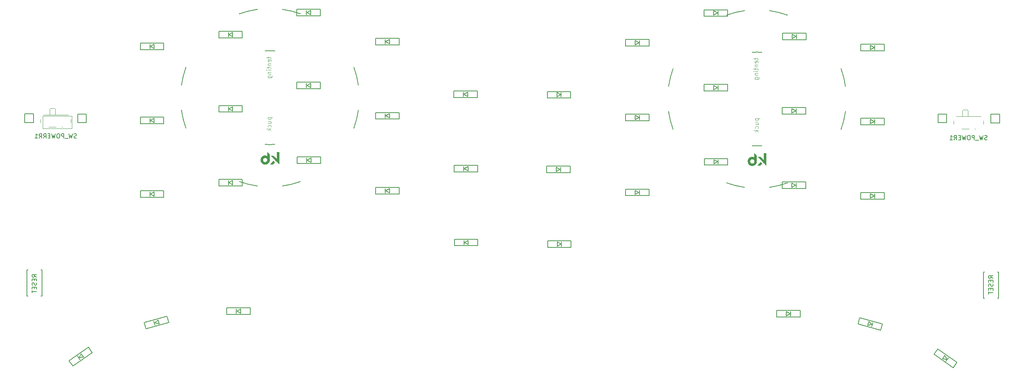
<source format=gbr>
%TF.GenerationSoftware,KiCad,Pcbnew,(6.0.5-0)*%
%TF.CreationDate,2022-06-22T19:02:17-07:00*%
%TF.ProjectId,Swept_3x5,53776570-745f-4337-9835-2e6b69636164,rev?*%
%TF.SameCoordinates,Original*%
%TF.FileFunction,Legend,Bot*%
%TF.FilePolarity,Positive*%
%FSLAX46Y46*%
G04 Gerber Fmt 4.6, Leading zero omitted, Abs format (unit mm)*
G04 Created by KiCad (PCBNEW (6.0.5-0)) date 2022-06-22 19:02:17*
%MOMM*%
%LPD*%
G01*
G04 APERTURE LIST*
%ADD10C,0.120000*%
%ADD11C,0.150000*%
%ADD12C,0.100000*%
%ADD13C,0.200000*%
%ADD14C,0.010000*%
G04 APERTURE END LIST*
D10*
X23182600Y-47055800D02*
X29913600Y-47055800D01*
X29913600Y-47055800D02*
X29913600Y-49976800D01*
X29913600Y-49976800D02*
X23182600Y-49976800D01*
X23182600Y-49976800D02*
X23182600Y-47055800D01*
D11*
%TO.C,RSW1*%
X241430380Y-84415019D02*
X240954190Y-84081685D01*
X241430380Y-83843590D02*
X240430380Y-83843590D01*
X240430380Y-84224542D01*
X240478000Y-84319780D01*
X240525619Y-84367400D01*
X240620857Y-84415019D01*
X240763714Y-84415019D01*
X240858952Y-84367400D01*
X240906571Y-84319780D01*
X240954190Y-84224542D01*
X240954190Y-83843590D01*
X240906571Y-84843590D02*
X240906571Y-85176923D01*
X241430380Y-85319780D02*
X241430380Y-84843590D01*
X240430380Y-84843590D01*
X240430380Y-85319780D01*
X241382761Y-85700733D02*
X241430380Y-85843590D01*
X241430380Y-86081685D01*
X241382761Y-86176923D01*
X241335142Y-86224542D01*
X241239904Y-86272161D01*
X241144666Y-86272161D01*
X241049428Y-86224542D01*
X241001809Y-86176923D01*
X240954190Y-86081685D01*
X240906571Y-85891209D01*
X240858952Y-85795971D01*
X240811333Y-85748352D01*
X240716095Y-85700733D01*
X240620857Y-85700733D01*
X240525619Y-85748352D01*
X240478000Y-85795971D01*
X240430380Y-85891209D01*
X240430380Y-86129304D01*
X240478000Y-86272161D01*
X240906571Y-86700733D02*
X240906571Y-87034066D01*
X241430380Y-87176923D02*
X241430380Y-86700733D01*
X240430380Y-86700733D01*
X240430380Y-87176923D01*
X240430380Y-87462638D02*
X240430380Y-88034066D01*
X241430380Y-87748352D02*
X240430380Y-87748352D01*
D12*
%TO.C,REF\u002A\u002A*%
X186780514Y-33758500D02*
X186780514Y-34139452D01*
X186447180Y-33901357D02*
X187304323Y-33901357D01*
X187399561Y-33948976D01*
X187447180Y-34044214D01*
X187447180Y-34139452D01*
X187399561Y-34853738D02*
X187447180Y-34758500D01*
X187447180Y-34568023D01*
X187399561Y-34472785D01*
X187304323Y-34425166D01*
X186923371Y-34425166D01*
X186828133Y-34472785D01*
X186780514Y-34568023D01*
X186780514Y-34758500D01*
X186828133Y-34853738D01*
X186923371Y-34901357D01*
X187018609Y-34901357D01*
X187113847Y-34425166D01*
X186780514Y-35329928D02*
X187447180Y-35329928D01*
X186875752Y-35329928D02*
X186828133Y-35377547D01*
X186780514Y-35472785D01*
X186780514Y-35615642D01*
X186828133Y-35710880D01*
X186923371Y-35758500D01*
X187447180Y-35758500D01*
X186780514Y-36091833D02*
X186780514Y-36472785D01*
X186447180Y-36234690D02*
X187304323Y-36234690D01*
X187399561Y-36282309D01*
X187447180Y-36377547D01*
X187447180Y-36472785D01*
X187447180Y-36806119D02*
X186780514Y-36806119D01*
X186447180Y-36806119D02*
X186494800Y-36758500D01*
X186542419Y-36806119D01*
X186494800Y-36853738D01*
X186447180Y-36806119D01*
X186542419Y-36806119D01*
X186780514Y-37282309D02*
X187447180Y-37282309D01*
X186875752Y-37282309D02*
X186828133Y-37329928D01*
X186780514Y-37425166D01*
X186780514Y-37568023D01*
X186828133Y-37663261D01*
X186923371Y-37710880D01*
X187447180Y-37710880D01*
X186780514Y-38615642D02*
X187590038Y-38615642D01*
X187685276Y-38568023D01*
X187732895Y-38520404D01*
X187780514Y-38425166D01*
X187780514Y-38282309D01*
X187732895Y-38187071D01*
X187399561Y-38615642D02*
X187447180Y-38520404D01*
X187447180Y-38329928D01*
X187399561Y-38234690D01*
X187351942Y-38187071D01*
X187256704Y-38139452D01*
X186970990Y-38139452D01*
X186875752Y-38187071D01*
X186828133Y-38234690D01*
X186780514Y-38329928D01*
X186780514Y-38520404D01*
X186828133Y-38615642D01*
X186844014Y-47712500D02*
X187844014Y-47712500D01*
X186891633Y-47712500D02*
X186844014Y-47807738D01*
X186844014Y-47998214D01*
X186891633Y-48093452D01*
X186939252Y-48141071D01*
X187034490Y-48188690D01*
X187320204Y-48188690D01*
X187415442Y-48141071D01*
X187463061Y-48093452D01*
X187510680Y-47998214D01*
X187510680Y-47807738D01*
X187463061Y-47712500D01*
X186844014Y-49045833D02*
X187510680Y-49045833D01*
X186844014Y-48617261D02*
X187367823Y-48617261D01*
X187463061Y-48664880D01*
X187510680Y-48760119D01*
X187510680Y-48902976D01*
X187463061Y-48998214D01*
X187415442Y-49045833D01*
X187463061Y-49950595D02*
X187510680Y-49855357D01*
X187510680Y-49664880D01*
X187463061Y-49569642D01*
X187415442Y-49522023D01*
X187320204Y-49474404D01*
X187034490Y-49474404D01*
X186939252Y-49522023D01*
X186891633Y-49569642D01*
X186844014Y-49664880D01*
X186844014Y-49855357D01*
X186891633Y-49950595D01*
X187510680Y-50379166D02*
X186510680Y-50379166D01*
X187129728Y-50474404D02*
X187510680Y-50760119D01*
X186844014Y-50760119D02*
X187224966Y-50379166D01*
X74952614Y-47410900D02*
X75952614Y-47410900D01*
X75000233Y-47410900D02*
X74952614Y-47506138D01*
X74952614Y-47696614D01*
X75000233Y-47791852D01*
X75047852Y-47839471D01*
X75143090Y-47887090D01*
X75428804Y-47887090D01*
X75524042Y-47839471D01*
X75571661Y-47791852D01*
X75619280Y-47696614D01*
X75619280Y-47506138D01*
X75571661Y-47410900D01*
X74952614Y-48744233D02*
X75619280Y-48744233D01*
X74952614Y-48315661D02*
X75476423Y-48315661D01*
X75571661Y-48363280D01*
X75619280Y-48458519D01*
X75619280Y-48601376D01*
X75571661Y-48696614D01*
X75524042Y-48744233D01*
X75571661Y-49648995D02*
X75619280Y-49553757D01*
X75619280Y-49363280D01*
X75571661Y-49268042D01*
X75524042Y-49220423D01*
X75428804Y-49172804D01*
X75143090Y-49172804D01*
X75047852Y-49220423D01*
X75000233Y-49268042D01*
X74952614Y-49363280D01*
X74952614Y-49553757D01*
X75000233Y-49648995D01*
X75619280Y-50077566D02*
X74619280Y-50077566D01*
X75238328Y-50172804D02*
X75619280Y-50458519D01*
X74952614Y-50458519D02*
X75333566Y-50077566D01*
X74889114Y-33456900D02*
X74889114Y-33837852D01*
X74555780Y-33599757D02*
X75412923Y-33599757D01*
X75508161Y-33647376D01*
X75555780Y-33742614D01*
X75555780Y-33837852D01*
X75508161Y-34552138D02*
X75555780Y-34456900D01*
X75555780Y-34266423D01*
X75508161Y-34171185D01*
X75412923Y-34123566D01*
X75031971Y-34123566D01*
X74936733Y-34171185D01*
X74889114Y-34266423D01*
X74889114Y-34456900D01*
X74936733Y-34552138D01*
X75031971Y-34599757D01*
X75127209Y-34599757D01*
X75222447Y-34123566D01*
X74889114Y-35028328D02*
X75555780Y-35028328D01*
X74984352Y-35028328D02*
X74936733Y-35075947D01*
X74889114Y-35171185D01*
X74889114Y-35314042D01*
X74936733Y-35409280D01*
X75031971Y-35456900D01*
X75555780Y-35456900D01*
X74889114Y-35790233D02*
X74889114Y-36171185D01*
X74555780Y-35933090D02*
X75412923Y-35933090D01*
X75508161Y-35980709D01*
X75555780Y-36075947D01*
X75555780Y-36171185D01*
X75555780Y-36504519D02*
X74889114Y-36504519D01*
X74555780Y-36504519D02*
X74603400Y-36456900D01*
X74651019Y-36504519D01*
X74603400Y-36552138D01*
X74555780Y-36504519D01*
X74651019Y-36504519D01*
X74889114Y-36980709D02*
X75555780Y-36980709D01*
X74984352Y-36980709D02*
X74936733Y-37028328D01*
X74889114Y-37123566D01*
X74889114Y-37266423D01*
X74936733Y-37361661D01*
X75031971Y-37409280D01*
X75555780Y-37409280D01*
X74889114Y-38314042D02*
X75698638Y-38314042D01*
X75793876Y-38266423D01*
X75841495Y-38218804D01*
X75889114Y-38123566D01*
X75889114Y-37980709D01*
X75841495Y-37885471D01*
X75508161Y-38314042D02*
X75555780Y-38218804D01*
X75555780Y-38028328D01*
X75508161Y-37933090D01*
X75460542Y-37885471D01*
X75365304Y-37837852D01*
X75079590Y-37837852D01*
X74984352Y-37885471D01*
X74936733Y-37933090D01*
X74889114Y-38028328D01*
X74889114Y-38218804D01*
X74936733Y-38314042D01*
D11*
%TO.C,RSW2*%
X21737580Y-84145619D02*
X21261390Y-83812285D01*
X21737580Y-83574190D02*
X20737580Y-83574190D01*
X20737580Y-83955142D01*
X20785200Y-84050380D01*
X20832819Y-84098000D01*
X20928057Y-84145619D01*
X21070914Y-84145619D01*
X21166152Y-84098000D01*
X21213771Y-84050380D01*
X21261390Y-83955142D01*
X21261390Y-83574190D01*
X21213771Y-84574190D02*
X21213771Y-84907523D01*
X21737580Y-85050380D02*
X21737580Y-84574190D01*
X20737580Y-84574190D01*
X20737580Y-85050380D01*
X21689961Y-85431333D02*
X21737580Y-85574190D01*
X21737580Y-85812285D01*
X21689961Y-85907523D01*
X21642342Y-85955142D01*
X21547104Y-86002761D01*
X21451866Y-86002761D01*
X21356628Y-85955142D01*
X21309009Y-85907523D01*
X21261390Y-85812285D01*
X21213771Y-85621809D01*
X21166152Y-85526571D01*
X21118533Y-85478952D01*
X21023295Y-85431333D01*
X20928057Y-85431333D01*
X20832819Y-85478952D01*
X20785200Y-85526571D01*
X20737580Y-85621809D01*
X20737580Y-85859904D01*
X20785200Y-86002761D01*
X21213771Y-86431333D02*
X21213771Y-86764666D01*
X21737580Y-86907523D02*
X21737580Y-86431333D01*
X20737580Y-86431333D01*
X20737580Y-86907523D01*
X20737580Y-87193238D02*
X20737580Y-87764666D01*
X21737580Y-87478952D02*
X20737580Y-87478952D01*
%TO.C,+*%
%TO.C,-*%
%TO.C,+*%
%TO.C,-*%
%TO.C,SW_POWER1*%
X240083704Y-52507561D02*
X239940847Y-52555180D01*
X239702752Y-52555180D01*
X239607514Y-52507561D01*
X239559895Y-52459942D01*
X239512276Y-52364704D01*
X239512276Y-52269466D01*
X239559895Y-52174228D01*
X239607514Y-52126609D01*
X239702752Y-52078990D01*
X239893228Y-52031371D01*
X239988466Y-51983752D01*
X240036085Y-51936133D01*
X240083704Y-51840895D01*
X240083704Y-51745657D01*
X240036085Y-51650419D01*
X239988466Y-51602800D01*
X239893228Y-51555180D01*
X239655133Y-51555180D01*
X239512276Y-51602800D01*
X239178942Y-51555180D02*
X238940847Y-52555180D01*
X238750371Y-51840895D01*
X238559895Y-52555180D01*
X238321800Y-51555180D01*
X238178942Y-52650419D02*
X237417038Y-52650419D01*
X237178942Y-52555180D02*
X237178942Y-51555180D01*
X236797990Y-51555180D01*
X236702752Y-51602800D01*
X236655133Y-51650419D01*
X236607514Y-51745657D01*
X236607514Y-51888514D01*
X236655133Y-51983752D01*
X236702752Y-52031371D01*
X236797990Y-52078990D01*
X237178942Y-52078990D01*
X235988466Y-51555180D02*
X235797990Y-51555180D01*
X235702752Y-51602800D01*
X235607514Y-51698038D01*
X235559895Y-51888514D01*
X235559895Y-52221847D01*
X235607514Y-52412323D01*
X235702752Y-52507561D01*
X235797990Y-52555180D01*
X235988466Y-52555180D01*
X236083704Y-52507561D01*
X236178942Y-52412323D01*
X236226561Y-52221847D01*
X236226561Y-51888514D01*
X236178942Y-51698038D01*
X236083704Y-51602800D01*
X235988466Y-51555180D01*
X235226561Y-51555180D02*
X234988466Y-52555180D01*
X234797990Y-51840895D01*
X234607514Y-52555180D01*
X234369419Y-51555180D01*
X233988466Y-52031371D02*
X233655133Y-52031371D01*
X233512276Y-52555180D02*
X233988466Y-52555180D01*
X233988466Y-51555180D01*
X233512276Y-51555180D01*
X232512276Y-52555180D02*
X232845609Y-52078990D01*
X233083704Y-52555180D02*
X233083704Y-51555180D01*
X232702752Y-51555180D01*
X232607514Y-51602800D01*
X232559895Y-51650419D01*
X232512276Y-51745657D01*
X232512276Y-51888514D01*
X232559895Y-51983752D01*
X232607514Y-52031371D01*
X232702752Y-52078990D01*
X233083704Y-52078990D01*
X231559895Y-52555180D02*
X232131323Y-52555180D01*
X231845609Y-52555180D02*
X231845609Y-51555180D01*
X231940847Y-51698038D01*
X232036085Y-51793276D01*
X232131323Y-51840895D01*
%TO.C,SW_POWERR1*%
X30923904Y-52136561D02*
X30781047Y-52184180D01*
X30542952Y-52184180D01*
X30447714Y-52136561D01*
X30400095Y-52088942D01*
X30352476Y-51993704D01*
X30352476Y-51898466D01*
X30400095Y-51803228D01*
X30447714Y-51755609D01*
X30542952Y-51707990D01*
X30733428Y-51660371D01*
X30828666Y-51612752D01*
X30876285Y-51565133D01*
X30923904Y-51469895D01*
X30923904Y-51374657D01*
X30876285Y-51279419D01*
X30828666Y-51231800D01*
X30733428Y-51184180D01*
X30495333Y-51184180D01*
X30352476Y-51231800D01*
X30019142Y-51184180D02*
X29781047Y-52184180D01*
X29590571Y-51469895D01*
X29400095Y-52184180D01*
X29162000Y-51184180D01*
X29019142Y-52279419D02*
X28257238Y-52279419D01*
X28019142Y-52184180D02*
X28019142Y-51184180D01*
X27638190Y-51184180D01*
X27542952Y-51231800D01*
X27495333Y-51279419D01*
X27447714Y-51374657D01*
X27447714Y-51517514D01*
X27495333Y-51612752D01*
X27542952Y-51660371D01*
X27638190Y-51707990D01*
X28019142Y-51707990D01*
X26828666Y-51184180D02*
X26638190Y-51184180D01*
X26542952Y-51231800D01*
X26447714Y-51327038D01*
X26400095Y-51517514D01*
X26400095Y-51850847D01*
X26447714Y-52041323D01*
X26542952Y-52136561D01*
X26638190Y-52184180D01*
X26828666Y-52184180D01*
X26923904Y-52136561D01*
X27019142Y-52041323D01*
X27066761Y-51850847D01*
X27066761Y-51517514D01*
X27019142Y-51327038D01*
X26923904Y-51231800D01*
X26828666Y-51184180D01*
X26066761Y-51184180D02*
X25828666Y-52184180D01*
X25638190Y-51469895D01*
X25447714Y-52184180D01*
X25209619Y-51184180D01*
X24828666Y-51660371D02*
X24495333Y-51660371D01*
X24352476Y-52184180D02*
X24828666Y-52184180D01*
X24828666Y-51184180D01*
X24352476Y-51184180D01*
X23352476Y-52184180D02*
X23685809Y-51707990D01*
X23923904Y-52184180D02*
X23923904Y-51184180D01*
X23542952Y-51184180D01*
X23447714Y-51231800D01*
X23400095Y-51279419D01*
X23352476Y-51374657D01*
X23352476Y-51517514D01*
X23400095Y-51612752D01*
X23447714Y-51660371D01*
X23542952Y-51707990D01*
X23923904Y-51707990D01*
X22352476Y-52184180D02*
X22685809Y-51707990D01*
X22923904Y-52184180D02*
X22923904Y-51184180D01*
X22542952Y-51184180D01*
X22447714Y-51231800D01*
X22400095Y-51279419D01*
X22352476Y-51374657D01*
X22352476Y-51517514D01*
X22400095Y-51612752D01*
X22447714Y-51660371D01*
X22542952Y-51707990D01*
X22923904Y-51707990D01*
X21400095Y-52184180D02*
X21971523Y-52184180D01*
X21685809Y-52184180D02*
X21685809Y-51184180D01*
X21781047Y-51327038D01*
X21876285Y-51422276D01*
X21971523Y-51469895D01*
%TO.C,RSW1*%
X239478000Y-88994400D02*
X239228000Y-88994400D01*
X242728000Y-82994400D02*
X242728000Y-88994400D01*
X242728000Y-88994400D02*
X242478000Y-88994400D01*
X242478000Y-82994400D02*
X242728000Y-82994400D01*
X239228000Y-82994400D02*
X239478000Y-82994400D01*
X239228000Y-88994400D02*
X239228000Y-82994400D01*
D13*
%TO.C,REF\u002A\u002A*%
X190106300Y-63500000D02*
G75*
G03*
X194256845Y-62466135I-2857506J20320019D01*
G01*
X187248800Y-32385000D02*
G75*
G03*
X186120415Y-32444136I-6J-10794921D01*
G01*
X166928799Y-46037500D02*
G75*
G03*
X167962665Y-50188046I20320001J2857500D01*
G01*
X188377185Y-32444137D02*
G75*
G03*
X187248800Y-32385000I-1128385J-10735763D01*
G01*
X184391300Y-22859999D02*
G75*
G03*
X180240754Y-23893865I2857500J-20320001D01*
G01*
X187248800Y-53975001D02*
G75*
G03*
X188377185Y-53915864I0J10794901D01*
G01*
X206534934Y-50188048D02*
G75*
G03*
X207568800Y-46037500I-19286134J7008048D01*
G01*
X186120415Y-53915864D02*
G75*
G03*
X187248800Y-53975000I1128379J10735785D01*
G01*
X167962665Y-36171956D02*
G75*
G03*
X166928800Y-40322500I19286255J-7008074D01*
G01*
X180240755Y-62466135D02*
G75*
G03*
X184391300Y-63500000I7008045J19286135D01*
G01*
X207568800Y-40322500D02*
G75*
G03*
X206534934Y-36171952I-20320000J-2857500D01*
G01*
X194256849Y-23893867D02*
G75*
G03*
X190106300Y-22860000I-7008049J-19286133D01*
G01*
G36*
X187126517Y-57610364D02*
G01*
X187123904Y-57638759D01*
X187115035Y-57685209D01*
X187077482Y-57812369D01*
X187022316Y-57938232D01*
X186952624Y-58056414D01*
X186871493Y-58160534D01*
X186863099Y-58169700D01*
X186754787Y-58270026D01*
X186632367Y-58354023D01*
X186499194Y-58420002D01*
X186358626Y-58466277D01*
X186214018Y-58491158D01*
X186113772Y-58495641D01*
X185965351Y-58484242D01*
X185821932Y-58451989D01*
X185685696Y-58399966D01*
X185558821Y-58329252D01*
X185443488Y-58240930D01*
X185341875Y-58136081D01*
X185256163Y-58015788D01*
X185198908Y-57908869D01*
X185145763Y-57769633D01*
X185114407Y-57625069D01*
X185107903Y-57528705D01*
X185603142Y-57528705D01*
X185603424Y-57533995D01*
X185607742Y-57589298D01*
X185615099Y-57631590D01*
X185627744Y-57670198D01*
X185647925Y-57714444D01*
X185669413Y-57752771D01*
X185710898Y-57811565D01*
X185758955Y-57867021D01*
X185808278Y-57913215D01*
X185853564Y-57944219D01*
X185869731Y-57951995D01*
X185910636Y-57969355D01*
X185953633Y-57985441D01*
X186026460Y-58004729D01*
X186130161Y-58013250D01*
X186231702Y-58000456D01*
X186328488Y-57967324D01*
X186417920Y-57914831D01*
X186497401Y-57843954D01*
X186564335Y-57755671D01*
X186592989Y-57701526D01*
X186623421Y-57607507D01*
X186633993Y-57509958D01*
X186625687Y-57412010D01*
X186599485Y-57316797D01*
X186556372Y-57227450D01*
X186497329Y-57147104D01*
X186423339Y-57078890D01*
X186335387Y-57025941D01*
X186321384Y-57019655D01*
X186223038Y-56989030D01*
X186121686Y-56978848D01*
X186020782Y-56988168D01*
X185923783Y-57016046D01*
X185834147Y-57061542D01*
X185755330Y-57123712D01*
X185690788Y-57201616D01*
X185673018Y-57230145D01*
X185629366Y-57323568D01*
X185606510Y-57421460D01*
X185603142Y-57528705D01*
X185107903Y-57528705D01*
X185104116Y-57472591D01*
X185107677Y-57382921D01*
X185130358Y-57232642D01*
X185173110Y-57090673D01*
X185234920Y-56958688D01*
X185314778Y-56838363D01*
X185411672Y-56731374D01*
X185524592Y-56639394D01*
X185652525Y-56564101D01*
X185722376Y-56531462D01*
X185797514Y-56502245D01*
X185869166Y-56482753D01*
X185945649Y-56470816D01*
X186035284Y-56464264D01*
X186053096Y-56463596D01*
X186192297Y-56470034D01*
X186322680Y-56497710D01*
X186444896Y-56546814D01*
X186559593Y-56617536D01*
X186583727Y-56634738D01*
X186608573Y-56651081D01*
X186621004Y-56657395D01*
X186621912Y-56653365D01*
X186623361Y-56629558D01*
X186624688Y-56586435D01*
X186625857Y-56526360D01*
X186626833Y-56451698D01*
X186627583Y-56364812D01*
X186628072Y-56268067D01*
X186628264Y-56163827D01*
X186628412Y-55670259D01*
X187136116Y-56180285D01*
X187136029Y-56871999D01*
X187136026Y-56883735D01*
X187135765Y-57034209D01*
X187135101Y-57171481D01*
X187134057Y-57294137D01*
X187132654Y-57400766D01*
X187130915Y-57489955D01*
X187130331Y-57509958D01*
X187128862Y-57560292D01*
X187126517Y-57610364D01*
G37*
D14*
X187126517Y-57610364D02*
X187123904Y-57638759D01*
X187115035Y-57685209D01*
X187077482Y-57812369D01*
X187022316Y-57938232D01*
X186952624Y-58056414D01*
X186871493Y-58160534D01*
X186863099Y-58169700D01*
X186754787Y-58270026D01*
X186632367Y-58354023D01*
X186499194Y-58420002D01*
X186358626Y-58466277D01*
X186214018Y-58491158D01*
X186113772Y-58495641D01*
X185965351Y-58484242D01*
X185821932Y-58451989D01*
X185685696Y-58399966D01*
X185558821Y-58329252D01*
X185443488Y-58240930D01*
X185341875Y-58136081D01*
X185256163Y-58015788D01*
X185198908Y-57908869D01*
X185145763Y-57769633D01*
X185114407Y-57625069D01*
X185107903Y-57528705D01*
X185603142Y-57528705D01*
X185603424Y-57533995D01*
X185607742Y-57589298D01*
X185615099Y-57631590D01*
X185627744Y-57670198D01*
X185647925Y-57714444D01*
X185669413Y-57752771D01*
X185710898Y-57811565D01*
X185758955Y-57867021D01*
X185808278Y-57913215D01*
X185853564Y-57944219D01*
X185869731Y-57951995D01*
X185910636Y-57969355D01*
X185953633Y-57985441D01*
X186026460Y-58004729D01*
X186130161Y-58013250D01*
X186231702Y-58000456D01*
X186328488Y-57967324D01*
X186417920Y-57914831D01*
X186497401Y-57843954D01*
X186564335Y-57755671D01*
X186592989Y-57701526D01*
X186623421Y-57607507D01*
X186633993Y-57509958D01*
X186625687Y-57412010D01*
X186599485Y-57316797D01*
X186556372Y-57227450D01*
X186497329Y-57147104D01*
X186423339Y-57078890D01*
X186335387Y-57025941D01*
X186321384Y-57019655D01*
X186223038Y-56989030D01*
X186121686Y-56978848D01*
X186020782Y-56988168D01*
X185923783Y-57016046D01*
X185834147Y-57061542D01*
X185755330Y-57123712D01*
X185690788Y-57201616D01*
X185673018Y-57230145D01*
X185629366Y-57323568D01*
X185606510Y-57421460D01*
X185603142Y-57528705D01*
X185107903Y-57528705D01*
X185104116Y-57472591D01*
X185107677Y-57382921D01*
X185130358Y-57232642D01*
X185173110Y-57090673D01*
X185234920Y-56958688D01*
X185314778Y-56838363D01*
X185411672Y-56731374D01*
X185524592Y-56639394D01*
X185652525Y-56564101D01*
X185722376Y-56531462D01*
X185797514Y-56502245D01*
X185869166Y-56482753D01*
X185945649Y-56470816D01*
X186035284Y-56464264D01*
X186053096Y-56463596D01*
X186192297Y-56470034D01*
X186322680Y-56497710D01*
X186444896Y-56546814D01*
X186559593Y-56617536D01*
X186583727Y-56634738D01*
X186608573Y-56651081D01*
X186621004Y-56657395D01*
X186621912Y-56653365D01*
X186623361Y-56629558D01*
X186624688Y-56586435D01*
X186625857Y-56526360D01*
X186626833Y-56451698D01*
X186627583Y-56364812D01*
X186628072Y-56268067D01*
X186628264Y-56163827D01*
X186628412Y-55670259D01*
X187136116Y-56180285D01*
X187136029Y-56871999D01*
X187136026Y-56883735D01*
X187135765Y-57034209D01*
X187135101Y-57171481D01*
X187134057Y-57294137D01*
X187132654Y-57400766D01*
X187130915Y-57489955D01*
X187130331Y-57509958D01*
X187128862Y-57560292D01*
X187126517Y-57610364D01*
G36*
X189329752Y-58406356D02*
G01*
X189238908Y-58314080D01*
X189225127Y-58300084D01*
X189193266Y-58267731D01*
X189147319Y-58221077D01*
X189088503Y-58161359D01*
X189018036Y-58089814D01*
X188937137Y-58007677D01*
X188847022Y-57916184D01*
X188748910Y-57816573D01*
X188644018Y-57710080D01*
X188533564Y-57597940D01*
X188418765Y-57481391D01*
X188300840Y-57361668D01*
X187453616Y-56501531D01*
X187741984Y-56498438D01*
X188030352Y-56495344D01*
X188833298Y-57298044D01*
X188833298Y-55664486D01*
X189329752Y-55664486D01*
X189329752Y-58406356D01*
G37*
X189329752Y-58406356D02*
X189238908Y-58314080D01*
X189225127Y-58300084D01*
X189193266Y-58267731D01*
X189147319Y-58221077D01*
X189088503Y-58161359D01*
X189018036Y-58089814D01*
X188937137Y-58007677D01*
X188847022Y-57916184D01*
X188748910Y-57816573D01*
X188644018Y-57710080D01*
X188533564Y-57597940D01*
X188418765Y-57481391D01*
X188300840Y-57361668D01*
X187453616Y-56501531D01*
X187741984Y-56498438D01*
X188030352Y-56495344D01*
X188833298Y-57298044D01*
X188833298Y-55664486D01*
X189329752Y-55664486D01*
X189329752Y-58406356D01*
G36*
X188035984Y-57696669D02*
G01*
X188048213Y-57706717D01*
X188073695Y-57730337D01*
X188109842Y-57765050D01*
X188154066Y-57808375D01*
X188203779Y-57857830D01*
X188364814Y-58019174D01*
X188330932Y-58056989D01*
X188327755Y-58060481D01*
X188305887Y-58083690D01*
X188271541Y-58119436D01*
X188227725Y-58164616D01*
X188177442Y-58216129D01*
X188123700Y-58270872D01*
X187950350Y-58446941D01*
X187330336Y-58446941D01*
X187358637Y-58413306D01*
X187360930Y-58410615D01*
X187381598Y-58387386D01*
X187414356Y-58351546D01*
X187457216Y-58305201D01*
X187508188Y-58250458D01*
X187565284Y-58189423D01*
X187626514Y-58124204D01*
X187689889Y-58056906D01*
X187753422Y-57989636D01*
X187815121Y-57924501D01*
X187873000Y-57863607D01*
X187925067Y-57809061D01*
X187969336Y-57762969D01*
X188003815Y-57727438D01*
X188026518Y-57704575D01*
X188035453Y-57696486D01*
X188035984Y-57696669D01*
G37*
X188035984Y-57696669D02*
X188048213Y-57706717D01*
X188073695Y-57730337D01*
X188109842Y-57765050D01*
X188154066Y-57808375D01*
X188203779Y-57857830D01*
X188364814Y-58019174D01*
X188330932Y-58056989D01*
X188327755Y-58060481D01*
X188305887Y-58083690D01*
X188271541Y-58119436D01*
X188227725Y-58164616D01*
X188177442Y-58216129D01*
X188123700Y-58270872D01*
X187950350Y-58446941D01*
X187330336Y-58446941D01*
X187358637Y-58413306D01*
X187360930Y-58410615D01*
X187381598Y-58387386D01*
X187414356Y-58351546D01*
X187457216Y-58305201D01*
X187508188Y-58250458D01*
X187565284Y-58189423D01*
X187626514Y-58124204D01*
X187689889Y-58056906D01*
X187753422Y-57989636D01*
X187815121Y-57924501D01*
X187873000Y-57863607D01*
X187925067Y-57809061D01*
X187969336Y-57762969D01*
X188003815Y-57727438D01*
X188026518Y-57704575D01*
X188035453Y-57696486D01*
X188035984Y-57696669D01*
D13*
X76485785Y-32142537D02*
G75*
G03*
X75357400Y-32083400I-1128385J-10735763D01*
G01*
X55037399Y-45735900D02*
G75*
G03*
X56071265Y-49886446I20320001J2857500D01*
G01*
X75357400Y-32083400D02*
G75*
G03*
X74229015Y-32142536I-6J-10794921D01*
G01*
X82365449Y-23592267D02*
G75*
G03*
X78214900Y-22558400I-7008049J-19286133D01*
G01*
X72499900Y-22558399D02*
G75*
G03*
X68349354Y-23592265I2857500J-20320001D01*
G01*
X95677400Y-40020900D02*
G75*
G03*
X94643534Y-35870352I-20320000J-2857500D01*
G01*
X78214900Y-63198400D02*
G75*
G03*
X82365445Y-62164535I-2857506J20320019D01*
G01*
X56071265Y-35870356D02*
G75*
G03*
X55037400Y-40020900I19286255J-7008074D01*
G01*
X74229015Y-53614264D02*
G75*
G03*
X75357400Y-53673400I1128379J10735785D01*
G01*
X68349355Y-62164535D02*
G75*
G03*
X72499900Y-63198400I7008045J19286135D01*
G01*
X75357400Y-53673401D02*
G75*
G03*
X76485785Y-53614264I0J10794901D01*
G01*
X94643534Y-49886448D02*
G75*
G03*
X95677400Y-45735900I-19286134J7008048D01*
G01*
G36*
X77438352Y-58104756D02*
G01*
X77347508Y-58012480D01*
X77333727Y-57998484D01*
X77301866Y-57966131D01*
X77255919Y-57919477D01*
X77197103Y-57859759D01*
X77126636Y-57788214D01*
X77045737Y-57706077D01*
X76955622Y-57614584D01*
X76857510Y-57514973D01*
X76752618Y-57408480D01*
X76642164Y-57296340D01*
X76527365Y-57179791D01*
X76409440Y-57060068D01*
X75562216Y-56199931D01*
X75850584Y-56196838D01*
X76138952Y-56193744D01*
X76941898Y-56996444D01*
X76941898Y-55362886D01*
X77438352Y-55362886D01*
X77438352Y-58104756D01*
G37*
D14*
X77438352Y-58104756D02*
X77347508Y-58012480D01*
X77333727Y-57998484D01*
X77301866Y-57966131D01*
X77255919Y-57919477D01*
X77197103Y-57859759D01*
X77126636Y-57788214D01*
X77045737Y-57706077D01*
X76955622Y-57614584D01*
X76857510Y-57514973D01*
X76752618Y-57408480D01*
X76642164Y-57296340D01*
X76527365Y-57179791D01*
X76409440Y-57060068D01*
X75562216Y-56199931D01*
X75850584Y-56196838D01*
X76138952Y-56193744D01*
X76941898Y-56996444D01*
X76941898Y-55362886D01*
X77438352Y-55362886D01*
X77438352Y-58104756D01*
G36*
X76144584Y-57395069D02*
G01*
X76156813Y-57405117D01*
X76182295Y-57428737D01*
X76218442Y-57463450D01*
X76262666Y-57506775D01*
X76312379Y-57556230D01*
X76473414Y-57717574D01*
X76439532Y-57755389D01*
X76436355Y-57758881D01*
X76414487Y-57782090D01*
X76380141Y-57817836D01*
X76336325Y-57863016D01*
X76286042Y-57914529D01*
X76232300Y-57969272D01*
X76058950Y-58145341D01*
X75438936Y-58145341D01*
X75467237Y-58111706D01*
X75469530Y-58109015D01*
X75490198Y-58085786D01*
X75522956Y-58049946D01*
X75565816Y-58003601D01*
X75616788Y-57948858D01*
X75673884Y-57887823D01*
X75735114Y-57822604D01*
X75798489Y-57755306D01*
X75862022Y-57688036D01*
X75923721Y-57622901D01*
X75981600Y-57562007D01*
X76033667Y-57507461D01*
X76077936Y-57461369D01*
X76112415Y-57425838D01*
X76135118Y-57402975D01*
X76144053Y-57394886D01*
X76144584Y-57395069D01*
G37*
X76144584Y-57395069D02*
X76156813Y-57405117D01*
X76182295Y-57428737D01*
X76218442Y-57463450D01*
X76262666Y-57506775D01*
X76312379Y-57556230D01*
X76473414Y-57717574D01*
X76439532Y-57755389D01*
X76436355Y-57758881D01*
X76414487Y-57782090D01*
X76380141Y-57817836D01*
X76336325Y-57863016D01*
X76286042Y-57914529D01*
X76232300Y-57969272D01*
X76058950Y-58145341D01*
X75438936Y-58145341D01*
X75467237Y-58111706D01*
X75469530Y-58109015D01*
X75490198Y-58085786D01*
X75522956Y-58049946D01*
X75565816Y-58003601D01*
X75616788Y-57948858D01*
X75673884Y-57887823D01*
X75735114Y-57822604D01*
X75798489Y-57755306D01*
X75862022Y-57688036D01*
X75923721Y-57622901D01*
X75981600Y-57562007D01*
X76033667Y-57507461D01*
X76077936Y-57461369D01*
X76112415Y-57425838D01*
X76135118Y-57402975D01*
X76144053Y-57394886D01*
X76144584Y-57395069D01*
G36*
X75235117Y-57308764D02*
G01*
X75232504Y-57337159D01*
X75223635Y-57383609D01*
X75186082Y-57510769D01*
X75130916Y-57636632D01*
X75061224Y-57754814D01*
X74980093Y-57858934D01*
X74971699Y-57868100D01*
X74863387Y-57968426D01*
X74740967Y-58052423D01*
X74607794Y-58118402D01*
X74467226Y-58164677D01*
X74322618Y-58189558D01*
X74222372Y-58194041D01*
X74073951Y-58182642D01*
X73930532Y-58150389D01*
X73794296Y-58098366D01*
X73667421Y-58027652D01*
X73552088Y-57939330D01*
X73450475Y-57834481D01*
X73364763Y-57714188D01*
X73307508Y-57607269D01*
X73254363Y-57468033D01*
X73223007Y-57323469D01*
X73216503Y-57227105D01*
X73711742Y-57227105D01*
X73712024Y-57232395D01*
X73716342Y-57287698D01*
X73723699Y-57329990D01*
X73736344Y-57368598D01*
X73756525Y-57412844D01*
X73778013Y-57451171D01*
X73819498Y-57509965D01*
X73867555Y-57565421D01*
X73916878Y-57611615D01*
X73962164Y-57642619D01*
X73978331Y-57650395D01*
X74019236Y-57667755D01*
X74062233Y-57683841D01*
X74135060Y-57703129D01*
X74238761Y-57711650D01*
X74340302Y-57698856D01*
X74437088Y-57665724D01*
X74526520Y-57613231D01*
X74606001Y-57542354D01*
X74672935Y-57454071D01*
X74701589Y-57399926D01*
X74732021Y-57305907D01*
X74742593Y-57208358D01*
X74734287Y-57110410D01*
X74708085Y-57015197D01*
X74664972Y-56925850D01*
X74605929Y-56845504D01*
X74531939Y-56777290D01*
X74443987Y-56724341D01*
X74429984Y-56718055D01*
X74331638Y-56687430D01*
X74230286Y-56677248D01*
X74129382Y-56686568D01*
X74032383Y-56714446D01*
X73942747Y-56759942D01*
X73863930Y-56822112D01*
X73799388Y-56900016D01*
X73781618Y-56928545D01*
X73737966Y-57021968D01*
X73715110Y-57119860D01*
X73711742Y-57227105D01*
X73216503Y-57227105D01*
X73212716Y-57170991D01*
X73216277Y-57081321D01*
X73238958Y-56931042D01*
X73281710Y-56789073D01*
X73343520Y-56657088D01*
X73423378Y-56536763D01*
X73520272Y-56429774D01*
X73633192Y-56337794D01*
X73761125Y-56262501D01*
X73830976Y-56229862D01*
X73906114Y-56200645D01*
X73977766Y-56181153D01*
X74054249Y-56169216D01*
X74143884Y-56162664D01*
X74161696Y-56161996D01*
X74300897Y-56168434D01*
X74431280Y-56196110D01*
X74553496Y-56245214D01*
X74668193Y-56315936D01*
X74692327Y-56333138D01*
X74717173Y-56349481D01*
X74729604Y-56355795D01*
X74730512Y-56351765D01*
X74731961Y-56327958D01*
X74733288Y-56284835D01*
X74734457Y-56224760D01*
X74735433Y-56150098D01*
X74736183Y-56063212D01*
X74736672Y-55966467D01*
X74736864Y-55862227D01*
X74737012Y-55368659D01*
X75244716Y-55878685D01*
X75244629Y-56570399D01*
X75244626Y-56582135D01*
X75244365Y-56732609D01*
X75243701Y-56869881D01*
X75242657Y-56992537D01*
X75241254Y-57099166D01*
X75239515Y-57188355D01*
X75238931Y-57208358D01*
X75237462Y-57258692D01*
X75235117Y-57308764D01*
G37*
X75235117Y-57308764D02*
X75232504Y-57337159D01*
X75223635Y-57383609D01*
X75186082Y-57510769D01*
X75130916Y-57636632D01*
X75061224Y-57754814D01*
X74980093Y-57858934D01*
X74971699Y-57868100D01*
X74863387Y-57968426D01*
X74740967Y-58052423D01*
X74607794Y-58118402D01*
X74467226Y-58164677D01*
X74322618Y-58189558D01*
X74222372Y-58194041D01*
X74073951Y-58182642D01*
X73930532Y-58150389D01*
X73794296Y-58098366D01*
X73667421Y-58027652D01*
X73552088Y-57939330D01*
X73450475Y-57834481D01*
X73364763Y-57714188D01*
X73307508Y-57607269D01*
X73254363Y-57468033D01*
X73223007Y-57323469D01*
X73216503Y-57227105D01*
X73711742Y-57227105D01*
X73712024Y-57232395D01*
X73716342Y-57287698D01*
X73723699Y-57329990D01*
X73736344Y-57368598D01*
X73756525Y-57412844D01*
X73778013Y-57451171D01*
X73819498Y-57509965D01*
X73867555Y-57565421D01*
X73916878Y-57611615D01*
X73962164Y-57642619D01*
X73978331Y-57650395D01*
X74019236Y-57667755D01*
X74062233Y-57683841D01*
X74135060Y-57703129D01*
X74238761Y-57711650D01*
X74340302Y-57698856D01*
X74437088Y-57665724D01*
X74526520Y-57613231D01*
X74606001Y-57542354D01*
X74672935Y-57454071D01*
X74701589Y-57399926D01*
X74732021Y-57305907D01*
X74742593Y-57208358D01*
X74734287Y-57110410D01*
X74708085Y-57015197D01*
X74664972Y-56925850D01*
X74605929Y-56845504D01*
X74531939Y-56777290D01*
X74443987Y-56724341D01*
X74429984Y-56718055D01*
X74331638Y-56687430D01*
X74230286Y-56677248D01*
X74129382Y-56686568D01*
X74032383Y-56714446D01*
X73942747Y-56759942D01*
X73863930Y-56822112D01*
X73799388Y-56900016D01*
X73781618Y-56928545D01*
X73737966Y-57021968D01*
X73715110Y-57119860D01*
X73711742Y-57227105D01*
X73216503Y-57227105D01*
X73212716Y-57170991D01*
X73216277Y-57081321D01*
X73238958Y-56931042D01*
X73281710Y-56789073D01*
X73343520Y-56657088D01*
X73423378Y-56536763D01*
X73520272Y-56429774D01*
X73633192Y-56337794D01*
X73761125Y-56262501D01*
X73830976Y-56229862D01*
X73906114Y-56200645D01*
X73977766Y-56181153D01*
X74054249Y-56169216D01*
X74143884Y-56162664D01*
X74161696Y-56161996D01*
X74300897Y-56168434D01*
X74431280Y-56196110D01*
X74553496Y-56245214D01*
X74668193Y-56315936D01*
X74692327Y-56333138D01*
X74717173Y-56349481D01*
X74729604Y-56355795D01*
X74730512Y-56351765D01*
X74731961Y-56327958D01*
X74733288Y-56284835D01*
X74734457Y-56224760D01*
X74735433Y-56150098D01*
X74736183Y-56063212D01*
X74736672Y-55966467D01*
X74736864Y-55862227D01*
X74737012Y-55368659D01*
X75244716Y-55878685D01*
X75244629Y-56570399D01*
X75244626Y-56582135D01*
X75244365Y-56732609D01*
X75243701Y-56869881D01*
X75242657Y-56992537D01*
X75241254Y-57099166D01*
X75239515Y-57188355D01*
X75238931Y-57208358D01*
X75237462Y-57258692D01*
X75235117Y-57308764D01*
D11*
%TO.C,RSW2*%
X23035200Y-88471000D02*
X22785200Y-88471000D01*
X19535200Y-82471000D02*
X19785200Y-82471000D01*
X19535200Y-88471000D02*
X19535200Y-82471000D01*
X23035200Y-82471000D02*
X23035200Y-88471000D01*
X22785200Y-82471000D02*
X23035200Y-82471000D01*
X19785200Y-88471000D02*
X19535200Y-88471000D01*
%TO.C,+*%
X230802000Y-48640400D02*
X228802000Y-48640400D01*
X228802000Y-48640400D02*
X228802000Y-46640400D01*
X228802000Y-46640400D02*
X230802000Y-46640400D01*
X230802000Y-46640400D02*
X230802000Y-48640400D01*
%TO.C,-*%
X240943200Y-48691200D02*
X240943200Y-46691200D01*
X240943200Y-46691200D02*
X242943200Y-46691200D01*
X242943200Y-46691200D02*
X242943200Y-48691200D01*
X242943200Y-48691200D02*
X240943200Y-48691200D01*
%TO.C,+*%
X19040600Y-46574200D02*
X21040600Y-46574200D01*
X19040600Y-48574200D02*
X19040600Y-46574200D01*
X21040600Y-48574200D02*
X19040600Y-48574200D01*
X21040600Y-46574200D02*
X21040600Y-48574200D01*
%TO.C,-*%
X31207200Y-48625000D02*
X31207200Y-46625000D01*
X31207200Y-46625000D02*
X33207200Y-46625000D01*
X33207200Y-46625000D02*
X33207200Y-48625000D01*
X33207200Y-48625000D02*
X31207200Y-48625000D01*
%TO.C,D7*%
X138913200Y-58599800D02*
X144313200Y-58599800D01*
X141113200Y-58849800D02*
X141113200Y-59849800D01*
X144313200Y-58599800D02*
X144313200Y-60099800D01*
X144313200Y-60099800D02*
X138913200Y-60099800D01*
X138913200Y-58599800D02*
X138913200Y-60099800D01*
X142013200Y-59349800D02*
X141113200Y-58849800D01*
X141113200Y-59849800D02*
X142013200Y-59349800D01*
X142113200Y-58849800D02*
X142113200Y-59849800D01*
%TO.C,D18*%
X191770600Y-91797600D02*
X197170600Y-91797600D01*
X197170600Y-91797600D02*
X197170600Y-93297600D01*
X191770600Y-91797600D02*
X191770600Y-93297600D01*
X193970600Y-93047600D02*
X194870600Y-92547600D01*
X197170600Y-93297600D02*
X191770600Y-93297600D01*
X194970600Y-92047600D02*
X194970600Y-93047600D01*
X193970600Y-92047600D02*
X193970600Y-93047600D01*
X194870600Y-92547600D02*
X193970600Y-92047600D01*
%TO.C,Dr16*%
X63619400Y-61632400D02*
X69019400Y-61632400D01*
X65819400Y-62882400D02*
X65819400Y-61882400D01*
X69019400Y-63132400D02*
X69019400Y-61632400D01*
X66819400Y-62882400D02*
X66819400Y-61882400D01*
X65919400Y-62382400D02*
X66819400Y-62882400D01*
X66819400Y-61882400D02*
X65919400Y-62382400D01*
X63619400Y-63132400D02*
X63619400Y-61632400D01*
X69019400Y-63132400D02*
X63619400Y-63132400D01*
%TO.C,Dr15*%
X87028000Y-58001600D02*
X87028000Y-56501600D01*
X84828000Y-57751600D02*
X84828000Y-56751600D01*
X81628000Y-58001600D02*
X81628000Y-56501600D01*
X81628000Y-56501600D02*
X87028000Y-56501600D01*
X83828000Y-57751600D02*
X83828000Y-56751600D01*
X84828000Y-56751600D02*
X83928000Y-57251600D01*
X87028000Y-58001600D02*
X81628000Y-58001600D01*
X83928000Y-57251600D02*
X84828000Y-57751600D01*
%TO.C,Dr3*%
X81551800Y-24016400D02*
X81551800Y-22516400D01*
X81551800Y-22516400D02*
X86951800Y-22516400D01*
X86951800Y-24016400D02*
X81551800Y-24016400D01*
X83751800Y-23766400D02*
X83751800Y-22766400D01*
X84751800Y-23766400D02*
X84751800Y-22766400D01*
X84751800Y-22766400D02*
X83851800Y-23266400D01*
X83851800Y-23266400D02*
X84751800Y-23766400D01*
X86951800Y-24016400D02*
X86951800Y-22516400D01*
%TO.C,Dr18*%
X65473600Y-91198000D02*
X70873600Y-91198000D01*
X70873600Y-92698000D02*
X65473600Y-92698000D01*
X68673600Y-92448000D02*
X68673600Y-91448000D01*
X70873600Y-92698000D02*
X70873600Y-91198000D01*
X68673600Y-91448000D02*
X67773600Y-91948000D01*
X65473600Y-92698000D02*
X65473600Y-91198000D01*
X67673600Y-92448000D02*
X67673600Y-91448000D01*
X67773600Y-91948000D02*
X68673600Y-92448000D01*
%TO.C,Dr9*%
X86951800Y-40780400D02*
X81551800Y-40780400D01*
X81551800Y-39280400D02*
X86951800Y-39280400D01*
X83851800Y-40030400D02*
X84751800Y-40530400D01*
X83751800Y-40530400D02*
X83751800Y-39530400D01*
X86951800Y-40780400D02*
X86951800Y-39280400D01*
X84751800Y-39530400D02*
X83851800Y-40030400D01*
X84751800Y-40530400D02*
X84751800Y-39530400D01*
X81551800Y-40780400D02*
X81551800Y-39280400D01*
%TO.C,D11*%
X216500000Y-49101600D02*
X211100000Y-49101600D01*
X214200000Y-48351600D02*
X213300000Y-47851600D01*
X213300000Y-47851600D02*
X213300000Y-48851600D01*
X211100000Y-47601600D02*
X216500000Y-47601600D01*
X213300000Y-48851600D02*
X214200000Y-48351600D01*
X216500000Y-47601600D02*
X216500000Y-49101600D01*
X214300000Y-47851600D02*
X214300000Y-48851600D01*
X211100000Y-47601600D02*
X211100000Y-49101600D01*
%TO.C,D17*%
X214200000Y-65471200D02*
X213300000Y-64971200D01*
X216500000Y-66221200D02*
X211100000Y-66221200D01*
X213300000Y-65971200D02*
X214200000Y-65471200D01*
X213300000Y-64971200D02*
X213300000Y-65971200D01*
X211100000Y-64721200D02*
X211100000Y-66221200D01*
X211100000Y-64721200D02*
X216500000Y-64721200D01*
X214300000Y-64971200D02*
X214300000Y-65971200D01*
X216500000Y-64721200D02*
X216500000Y-66221200D01*
%TO.C,D15*%
X180533600Y-56872600D02*
X180533600Y-58372600D01*
X177333600Y-58122600D02*
X178233600Y-57622600D01*
X180533600Y-58372600D02*
X175133600Y-58372600D01*
X175133600Y-56872600D02*
X180533600Y-56872600D01*
X178233600Y-57622600D02*
X177333600Y-57122600D01*
X175133600Y-56872600D02*
X175133600Y-58372600D01*
X178333600Y-57122600D02*
X178333600Y-58122600D01*
X177333600Y-57122600D02*
X177333600Y-58122600D01*
%TO.C,D2*%
X157074200Y-29466000D02*
X157074200Y-30966000D01*
X160174200Y-30216000D02*
X159274200Y-29716000D01*
X159274200Y-30716000D02*
X160174200Y-30216000D01*
X159274200Y-29716000D02*
X159274200Y-30716000D01*
X162474200Y-30966000D02*
X157074200Y-30966000D01*
X160274200Y-29716000D02*
X160274200Y-30716000D01*
X162474200Y-29466000D02*
X162474200Y-30966000D01*
X157074200Y-29466000D02*
X162474200Y-29466000D01*
%TO.C,Dr4*%
X65819400Y-28897200D02*
X65819400Y-27897200D01*
X65919400Y-28397200D02*
X66819400Y-28897200D01*
X66819400Y-27897200D02*
X65919400Y-28397200D01*
X63619400Y-29147200D02*
X63619400Y-27647200D01*
X63619400Y-27647200D02*
X69019400Y-27647200D01*
X69019400Y-29147200D02*
X69019400Y-27647200D01*
X69019400Y-29147200D02*
X63619400Y-29147200D01*
X66819400Y-28897200D02*
X66819400Y-27897200D01*
%TO.C,D13*%
X141341800Y-77045600D02*
X142241800Y-76545600D01*
X142341800Y-76045600D02*
X142341800Y-77045600D01*
X139141800Y-75795600D02*
X144541800Y-75795600D01*
X139141800Y-75795600D02*
X139141800Y-77295600D01*
X144541800Y-77295600D02*
X139141800Y-77295600D01*
X142241800Y-76545600D02*
X141341800Y-76045600D01*
X141341800Y-76045600D02*
X141341800Y-77045600D01*
X144541800Y-75795600D02*
X144541800Y-77295600D01*
%TO.C,Dr10*%
X63619400Y-44690600D02*
X69019400Y-44690600D01*
X66819400Y-45940600D02*
X66819400Y-44940600D01*
X69019400Y-46190600D02*
X63619400Y-46190600D01*
X69019400Y-46190600D02*
X69019400Y-44690600D01*
X66819400Y-44940600D02*
X65919400Y-45440600D01*
X63619400Y-46190600D02*
X63619400Y-44690600D01*
X65919400Y-45440600D02*
X66819400Y-45940600D01*
X65819400Y-45940600D02*
X65819400Y-44940600D01*
D10*
%TO.C,SW_POWER1*%
X234421800Y-45882800D02*
X234621800Y-45672800D01*
X234621800Y-45672800D02*
X235521800Y-45672800D01*
X234221800Y-50022800D02*
X235921800Y-50022800D01*
X237221800Y-50022800D02*
X237421800Y-50022800D01*
X235721800Y-45882800D02*
X235521800Y-45672800D01*
X239271800Y-48182800D02*
X239271800Y-48972800D01*
X235721800Y-45882800D02*
X235721800Y-47172800D01*
X234421800Y-47172800D02*
X234421800Y-45882800D01*
X232371800Y-48972800D02*
X232371800Y-48182800D01*
X232971800Y-47172800D02*
X238671800Y-47172800D01*
D11*
%TO.C,D3*%
X175108200Y-22658800D02*
X175108200Y-24158800D01*
X180508200Y-22658800D02*
X180508200Y-24158800D01*
X177308200Y-22908800D02*
X177308200Y-23908800D01*
X178208200Y-23408800D02*
X177308200Y-22908800D01*
X180508200Y-24158800D02*
X175108200Y-24158800D01*
X177308200Y-23908800D02*
X178208200Y-23408800D01*
X175108200Y-22658800D02*
X180508200Y-22658800D01*
X178308200Y-22908800D02*
X178308200Y-23908800D01*
%TO.C,Dr11*%
X50985400Y-48857600D02*
X50985400Y-47357600D01*
X48785400Y-48607600D02*
X48785400Y-47607600D01*
X45585400Y-48857600D02*
X45585400Y-47357600D01*
X50985400Y-48857600D02*
X45585400Y-48857600D01*
X45585400Y-47357600D02*
X50985400Y-47357600D01*
X47885400Y-48107600D02*
X48785400Y-48607600D01*
X48785400Y-47607600D02*
X47885400Y-48107600D01*
X47785400Y-48607600D02*
X47785400Y-47607600D01*
%TO.C,Dr2*%
X101962000Y-29972000D02*
X102862000Y-30472000D01*
X105062000Y-30722000D02*
X105062000Y-29222000D01*
X102862000Y-29472000D02*
X101962000Y-29972000D01*
X101862000Y-30472000D02*
X101862000Y-29472000D01*
X99662000Y-30722000D02*
X99662000Y-29222000D01*
X99662000Y-29222000D02*
X105062000Y-29222000D01*
X102862000Y-30472000D02*
X102862000Y-29472000D01*
X105062000Y-30722000D02*
X99662000Y-30722000D01*
%TO.C,D20*%
X229816836Y-102931988D02*
X230840861Y-103038631D01*
X231209564Y-102686412D02*
X230635988Y-103505564D01*
X232294728Y-104972220D02*
X227871307Y-101874908D01*
X230390412Y-102112836D02*
X229816836Y-102931988D01*
X233155093Y-103743492D02*
X232294728Y-104972220D01*
X228731672Y-100646180D02*
X227871307Y-101874908D01*
X230840861Y-103038631D02*
X230390412Y-102112836D01*
X228731672Y-100646180D02*
X233155093Y-103743492D01*
%TO.C,D16*%
X193015200Y-62232000D02*
X198415200Y-62232000D01*
X198415200Y-63732000D02*
X193015200Y-63732000D01*
X195215200Y-62482000D02*
X195215200Y-63482000D01*
X196215200Y-62482000D02*
X196215200Y-63482000D01*
X196115200Y-62982000D02*
X195215200Y-62482000D01*
X193015200Y-62232000D02*
X193015200Y-63732000D01*
X195215200Y-63482000D02*
X196115200Y-62982000D01*
X198415200Y-62232000D02*
X198415200Y-63732000D01*
%TO.C,Dr20*%
X29235107Y-103372492D02*
X33658528Y-100275180D01*
X31549339Y-102667631D02*
X32573364Y-102560988D01*
X32573364Y-102560988D02*
X31999788Y-101741836D01*
X31754212Y-103134564D02*
X31180636Y-102315412D01*
X31999788Y-101741836D02*
X31549339Y-102667631D01*
X34518893Y-101503908D02*
X30095472Y-104601220D01*
X30095472Y-104601220D02*
X29235107Y-103372492D01*
X34518893Y-101503908D02*
X33658528Y-100275180D01*
%TO.C,Dr7*%
X119870600Y-59682000D02*
X119870600Y-58682000D01*
X120870600Y-58682000D02*
X119970600Y-59182000D01*
X123070600Y-59932000D02*
X123070600Y-58432000D01*
X117670600Y-58432000D02*
X123070600Y-58432000D01*
X119970600Y-59182000D02*
X120870600Y-59682000D01*
X117670600Y-59932000D02*
X117670600Y-58432000D01*
X120870600Y-59682000D02*
X120870600Y-58682000D01*
X123070600Y-59932000D02*
X117670600Y-59932000D01*
%TO.C,Dr5*%
X48785400Y-31564200D02*
X48785400Y-30564200D01*
X48785400Y-30564200D02*
X47885400Y-31064200D01*
X50985400Y-31814200D02*
X45585400Y-31814200D01*
X45585400Y-31814200D02*
X45585400Y-30314200D01*
X45585400Y-30314200D02*
X50985400Y-30314200D01*
X47885400Y-31064200D02*
X48785400Y-31564200D01*
X50985400Y-31814200D02*
X50985400Y-30314200D01*
X47785400Y-31564200D02*
X47785400Y-30564200D01*
%TO.C,D19*%
X210827315Y-93511944D02*
X216043314Y-94909567D01*
X213853572Y-94581647D02*
X213594753Y-95547572D01*
X212887647Y-94322828D02*
X212628828Y-95288753D01*
X210827315Y-93511944D02*
X210439086Y-94960833D01*
X216043314Y-94909567D02*
X215655085Y-96358456D01*
X215655085Y-96358456D02*
X210439086Y-94960833D01*
X212628828Y-95288753D02*
X213627570Y-95038728D01*
X213627570Y-95038728D02*
X212887647Y-94322828D01*
%TO.C,Dr1*%
X120794400Y-41587800D02*
X119894400Y-42087800D01*
X117594400Y-41337800D02*
X122994400Y-41337800D01*
X117594400Y-42837800D02*
X117594400Y-41337800D01*
X122994400Y-42837800D02*
X122994400Y-41337800D01*
X119794400Y-42587800D02*
X119794400Y-41587800D01*
X122994400Y-42837800D02*
X117594400Y-42837800D01*
X120794400Y-42587800D02*
X120794400Y-41587800D01*
X119894400Y-42087800D02*
X120794400Y-42587800D01*
D10*
%TO.C,SW_POWERR1*%
X24762000Y-45511800D02*
X24962000Y-45301800D01*
X26062000Y-45511800D02*
X25862000Y-45301800D01*
X26062000Y-45511800D02*
X26062000Y-46801800D01*
X23312000Y-46801800D02*
X29012000Y-46801800D01*
X24962000Y-45301800D02*
X25862000Y-45301800D01*
X24562000Y-49651800D02*
X26262000Y-49651800D01*
X27562000Y-49651800D02*
X27762000Y-49651800D01*
X24762000Y-46801800D02*
X24762000Y-45511800D01*
X22712000Y-48601800D02*
X22712000Y-47811800D01*
X29612000Y-47811800D02*
X29612000Y-48601800D01*
D11*
%TO.C,Dr14*%
X105062000Y-65037400D02*
X99662000Y-65037400D01*
X101962000Y-64287400D02*
X102862000Y-64787400D01*
X105062000Y-65037400D02*
X105062000Y-63537400D01*
X101862000Y-64787400D02*
X101862000Y-63787400D01*
X99662000Y-63537400D02*
X105062000Y-63537400D01*
X99662000Y-65037400D02*
X99662000Y-63537400D01*
X102862000Y-63787400D02*
X101962000Y-64287400D01*
X102862000Y-64787400D02*
X102862000Y-63787400D01*
%TO.C,D10*%
X193040600Y-45163200D02*
X198440600Y-45163200D01*
X195240600Y-46413200D02*
X196140600Y-45913200D01*
X198440600Y-46663200D02*
X193040600Y-46663200D01*
X195240600Y-45413200D02*
X195240600Y-46413200D01*
X196240600Y-45413200D02*
X196240600Y-46413200D01*
X193040600Y-45163200D02*
X193040600Y-46663200D01*
X196140600Y-45913200D02*
X195240600Y-45413200D01*
X198440600Y-45163200D02*
X198440600Y-46663200D01*
%TO.C,D9*%
X178257400Y-40079200D02*
X178257400Y-41079200D01*
X177257400Y-41079200D02*
X178157400Y-40579200D01*
X180457400Y-41329200D02*
X175057400Y-41329200D01*
X177257400Y-40079200D02*
X177257400Y-41079200D01*
X175057400Y-39829200D02*
X180457400Y-39829200D01*
X180457400Y-39829200D02*
X180457400Y-41329200D01*
X178157400Y-40579200D02*
X177257400Y-40079200D01*
X175057400Y-39829200D02*
X175057400Y-41329200D01*
%TO.C,Dr13*%
X120921400Y-75674600D02*
X120021400Y-76174600D01*
X119921400Y-76674600D02*
X119921400Y-75674600D01*
X117721400Y-76924600D02*
X117721400Y-75424600D01*
X123121400Y-76924600D02*
X117721400Y-76924600D01*
X120021400Y-76174600D02*
X120921400Y-76674600D01*
X123121400Y-76924600D02*
X123121400Y-75424600D01*
X120921400Y-76674600D02*
X120921400Y-75674600D01*
X117721400Y-75424600D02*
X123121400Y-75424600D01*
%TO.C,D4*%
X195291400Y-29293600D02*
X196191400Y-28793600D01*
X196291400Y-28293600D02*
X196291400Y-29293600D01*
X195291400Y-28293600D02*
X195291400Y-29293600D01*
X198491400Y-29543600D02*
X193091400Y-29543600D01*
X196191400Y-28793600D02*
X195291400Y-28293600D01*
X193091400Y-28043600D02*
X193091400Y-29543600D01*
X193091400Y-28043600D02*
X198491400Y-28043600D01*
X198491400Y-28043600D02*
X198491400Y-29543600D01*
%TO.C,D14*%
X159223400Y-65158400D02*
X160123400Y-64658400D01*
X160223400Y-64158400D02*
X160223400Y-65158400D01*
X157023400Y-63908400D02*
X162423400Y-63908400D01*
X157023400Y-63908400D02*
X157023400Y-65408400D01*
X162423400Y-63908400D02*
X162423400Y-65408400D01*
X162423400Y-65408400D02*
X157023400Y-65408400D01*
X159223400Y-64158400D02*
X159223400Y-65158400D01*
X160123400Y-64658400D02*
X159223400Y-64158400D01*
%TO.C,Dr8*%
X102862000Y-46540800D02*
X101962000Y-47040800D01*
X102862000Y-47540800D02*
X102862000Y-46540800D01*
X101862000Y-47540800D02*
X101862000Y-46540800D01*
X99662000Y-47790800D02*
X99662000Y-46290800D01*
X101962000Y-47040800D02*
X102862000Y-47540800D01*
X99662000Y-46290800D02*
X105062000Y-46290800D01*
X105062000Y-47790800D02*
X105062000Y-46290800D01*
X105062000Y-47790800D02*
X99662000Y-47790800D01*
%TO.C,Dr19*%
X48947847Y-95201972D02*
X48689028Y-94236047D01*
X49913772Y-94943153D02*
X49654953Y-93977228D01*
X52103514Y-94615233D02*
X46887515Y-96012856D01*
X49654953Y-93977228D02*
X48915030Y-94693128D01*
X46887515Y-96012856D02*
X46499286Y-94563967D01*
X46499286Y-94563967D02*
X51715285Y-93166344D01*
X52103514Y-94615233D02*
X51715285Y-93166344D01*
X48915030Y-94693128D02*
X49913772Y-94943153D01*
%TO.C,D5*%
X211100000Y-30558200D02*
X216500000Y-30558200D01*
X216500000Y-32058200D02*
X211100000Y-32058200D01*
X214300000Y-30808200D02*
X214300000Y-31808200D01*
X213300000Y-30808200D02*
X213300000Y-31808200D01*
X211100000Y-30558200D02*
X211100000Y-32058200D01*
X213300000Y-31808200D02*
X214200000Y-31308200D01*
X214200000Y-31308200D02*
X213300000Y-30808200D01*
X216500000Y-30558200D02*
X216500000Y-32058200D01*
%TO.C,Dr17*%
X48785400Y-65549400D02*
X48785400Y-64549400D01*
X47785400Y-65549400D02*
X47785400Y-64549400D01*
X48785400Y-64549400D02*
X47885400Y-65049400D01*
X45585400Y-64299400D02*
X50985400Y-64299400D01*
X47885400Y-65049400D02*
X48785400Y-65549400D01*
X50985400Y-65799400D02*
X45585400Y-65799400D01*
X50985400Y-65799400D02*
X50985400Y-64299400D01*
X45585400Y-65799400D02*
X45585400Y-64299400D01*
%TO.C,D1*%
X142265600Y-41704800D02*
X142265600Y-42704800D01*
X144465600Y-42954800D02*
X139065600Y-42954800D01*
X139065600Y-41454800D02*
X144465600Y-41454800D01*
X139065600Y-41454800D02*
X139065600Y-42954800D01*
X141265600Y-41704800D02*
X141265600Y-42704800D01*
X142165600Y-42204800D02*
X141265600Y-41704800D01*
X141265600Y-42704800D02*
X142165600Y-42204800D01*
X144465600Y-41454800D02*
X144465600Y-42954800D01*
%TO.C,D8*%
X162474200Y-46687200D02*
X162474200Y-48187200D01*
X162474200Y-48187200D02*
X157074200Y-48187200D01*
X160274200Y-46937200D02*
X160274200Y-47937200D01*
X160174200Y-47437200D02*
X159274200Y-46937200D01*
X159274200Y-46937200D02*
X159274200Y-47937200D01*
X159274200Y-47937200D02*
X160174200Y-47437200D01*
X157074200Y-46687200D02*
X157074200Y-48187200D01*
X157074200Y-46687200D02*
X162474200Y-46687200D01*
%TD*%
M02*

</source>
